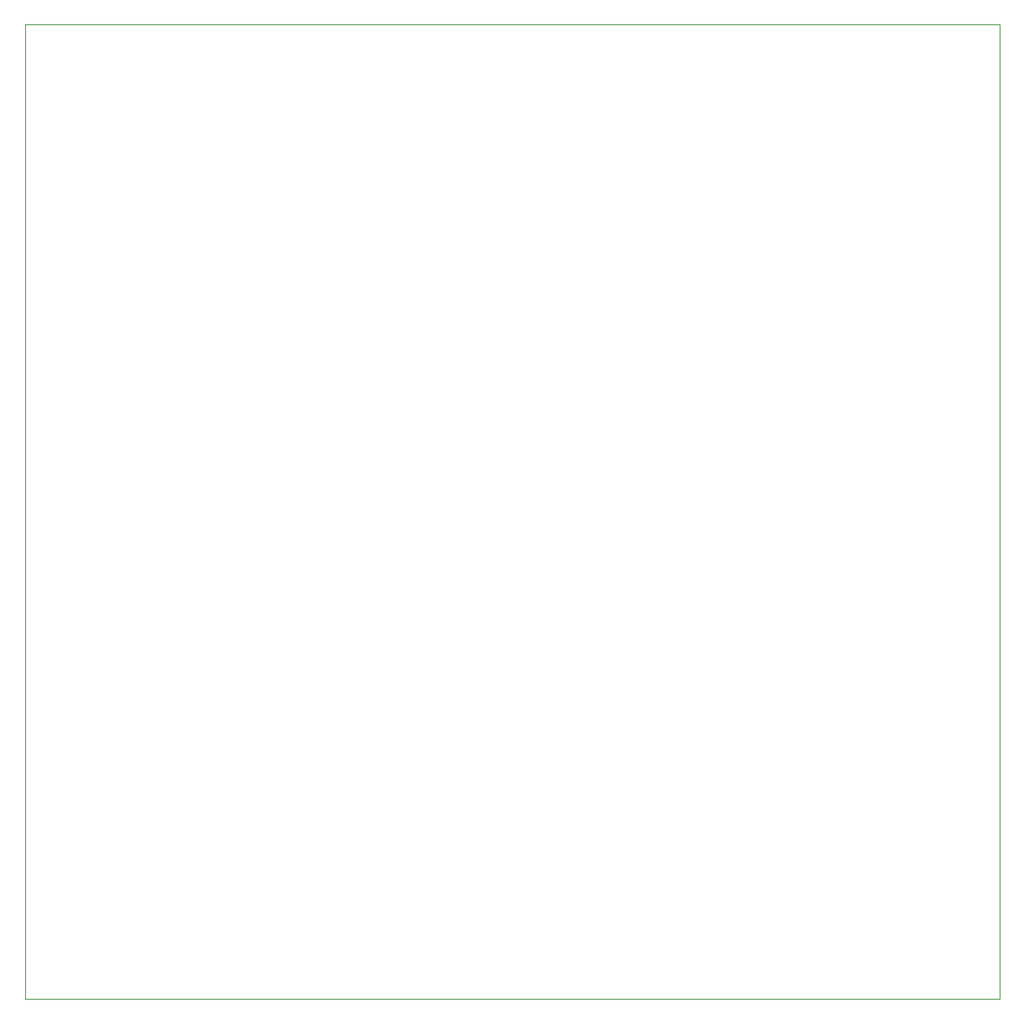
<source format=gbr>
%TF.GenerationSoftware,KiCad,Pcbnew,(6.0.0)*%
%TF.CreationDate,2023-06-08T10:55:53-04:00*%
%TF.ProjectId,INPUT,494e5055-542e-46b6-9963-61645f706362,rev?*%
%TF.SameCoordinates,Original*%
%TF.FileFunction,Profile,NP*%
%FSLAX46Y46*%
G04 Gerber Fmt 4.6, Leading zero omitted, Abs format (unit mm)*
G04 Created by KiCad (PCBNEW (6.0.0)) date 2023-06-08 10:55:53*
%MOMM*%
%LPD*%
G01*
G04 APERTURE LIST*
%TA.AperFunction,Profile*%
%ADD10C,0.100000*%
%TD*%
G04 APERTURE END LIST*
D10*
X127000000Y-139700000D02*
X25400000Y-139700000D01*
X25400000Y-38100000D02*
X127000000Y-38100000D01*
X25400000Y-139700000D02*
X25400000Y-38100000D01*
X127000000Y-139700000D02*
X127000000Y-38100000D01*
M02*

</source>
